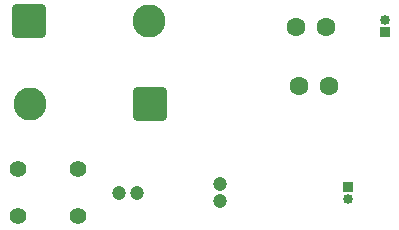
<source format=gbr>
%TF.GenerationSoftware,KiCad,Pcbnew,9.0.7*%
%TF.CreationDate,2026-02-27T12:11:25+01:00*%
%TF.ProjectId,Voltage_Doubler,566f6c74-6167-4655-9f44-6f75626c6572,1.0*%
%TF.SameCoordinates,Original*%
%TF.FileFunction,Soldermask,Bot*%
%TF.FilePolarity,Negative*%
%FSLAX46Y46*%
G04 Gerber Fmt 4.6, Leading zero omitted, Abs format (unit mm)*
G04 Created by KiCad (PCBNEW 9.0.7) date 2026-02-27 12:11:25*
%MOMM*%
%LPD*%
G01*
G04 APERTURE LIST*
G04 Aperture macros list*
%AMRoundRect*
0 Rectangle with rounded corners*
0 $1 Rounding radius*
0 $2 $3 $4 $5 $6 $7 $8 $9 X,Y pos of 4 corners*
0 Add a 4 corners polygon primitive as box body*
4,1,4,$2,$3,$4,$5,$6,$7,$8,$9,$2,$3,0*
0 Add four circle primitives for the rounded corners*
1,1,$1+$1,$2,$3*
1,1,$1+$1,$4,$5*
1,1,$1+$1,$6,$7*
1,1,$1+$1,$8,$9*
0 Add four rect primitives between the rounded corners*
20,1,$1+$1,$2,$3,$4,$5,0*
20,1,$1+$1,$4,$5,$6,$7,0*
20,1,$1+$1,$6,$7,$8,$9,0*
20,1,$1+$1,$8,$9,$2,$3,0*%
G04 Aperture macros list end*
%ADD10C,1.400000*%
%ADD11C,0.850000*%
%ADD12R,0.850000X0.850000*%
%ADD13C,2.800000*%
%ADD14RoundRect,0.250001X1.149999X1.149999X-1.149999X1.149999X-1.149999X-1.149999X1.149999X-1.149999X0*%
%ADD15RoundRect,0.250001X-1.149999X-1.149999X1.149999X-1.149999X1.149999X1.149999X-1.149999X1.149999X0*%
%ADD16C,1.200000*%
%ADD17C,1.600000*%
G04 APERTURE END LIST*
D10*
%TO.C,R2*%
X640960000Y-296000000D03*
X646040000Y-296000000D03*
%TD*%
%TO.C,R1*%
X640920000Y-292000000D03*
X646000000Y-292000000D03*
%TD*%
D11*
%TO.C,J2*%
X668875000Y-294500000D03*
D12*
X668875000Y-293500000D03*
%TD*%
%TO.C,J1*%
X672000000Y-280375000D03*
D11*
X672000000Y-279375000D03*
%TD*%
D13*
%TO.C,D2*%
X641920000Y-286500000D03*
D14*
X652080000Y-286500000D03*
%TD*%
D13*
%TO.C,D1*%
X652000000Y-279500000D03*
D15*
X641840000Y-279500000D03*
%TD*%
D16*
%TO.C,C4*%
X658000000Y-294750000D03*
X658000000Y-293250000D03*
%TD*%
%TO.C,C3*%
X649500000Y-294000000D03*
X651000000Y-294000000D03*
%TD*%
D17*
%TO.C,C2*%
X667250000Y-285000000D03*
X664750000Y-285000000D03*
%TD*%
%TO.C,C1*%
X667000000Y-280000000D03*
X664500000Y-280000000D03*
%TD*%
M02*

</source>
